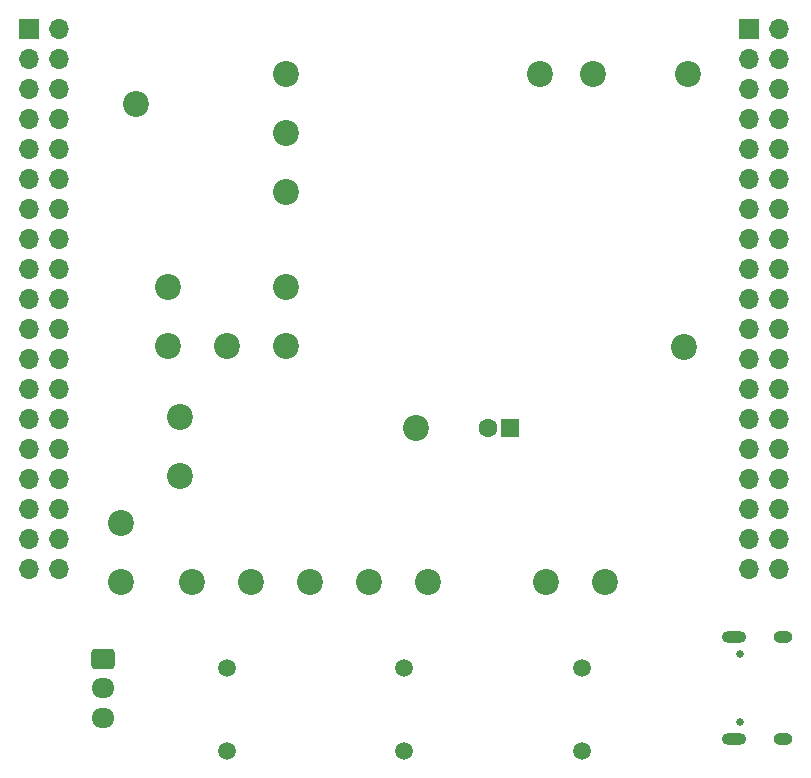
<source format=gbr>
%TF.GenerationSoftware,KiCad,Pcbnew,7.0.5-7.0.5~ubuntu22.04.1*%
%TF.CreationDate,2023-07-17T10:47:06+02:00*%
%TF.ProjectId,audio_iface,61756469-6f5f-4696-9661-63652e6b6963,rev?*%
%TF.SameCoordinates,Original*%
%TF.FileFunction,Soldermask,Bot*%
%TF.FilePolarity,Negative*%
%FSLAX46Y46*%
G04 Gerber Fmt 4.6, Leading zero omitted, Abs format (unit mm)*
G04 Created by KiCad (PCBNEW 7.0.5-7.0.5~ubuntu22.04.1) date 2023-07-17 10:47:06*
%MOMM*%
%LPD*%
G01*
G04 APERTURE LIST*
G04 Aperture macros list*
%AMRoundRect*
0 Rectangle with rounded corners*
0 $1 Rounding radius*
0 $2 $3 $4 $5 $6 $7 $8 $9 X,Y pos of 4 corners*
0 Add a 4 corners polygon primitive as box body*
4,1,4,$2,$3,$4,$5,$6,$7,$8,$9,$2,$3,0*
0 Add four circle primitives for the rounded corners*
1,1,$1+$1,$2,$3*
1,1,$1+$1,$4,$5*
1,1,$1+$1,$6,$7*
1,1,$1+$1,$8,$9*
0 Add four rect primitives between the rounded corners*
20,1,$1+$1,$2,$3,$4,$5,0*
20,1,$1+$1,$4,$5,$6,$7,0*
20,1,$1+$1,$6,$7,$8,$9,0*
20,1,$1+$1,$8,$9,$2,$3,0*%
G04 Aperture macros list end*
%ADD10C,1.500000*%
%ADD11C,2.200000*%
%ADD12RoundRect,0.250000X-0.725000X0.600000X-0.725000X-0.600000X0.725000X-0.600000X0.725000X0.600000X0*%
%ADD13O,1.950000X1.700000*%
%ADD14C,0.650000*%
%ADD15O,2.100000X1.000000*%
%ADD16O,1.600000X1.000000*%
%ADD17R,1.600000X1.600000*%
%ADD18C,1.600000*%
%ADD19R,1.700000X1.700000*%
%ADD20O,1.700000X1.700000*%
G04 APERTURE END LIST*
D10*
%TO.C,J302*%
X50000000Y-108275000D03*
X50000000Y-101275000D03*
%TD*%
D11*
%TO.C,TP102*%
X66000000Y-51000000D03*
%TD*%
%TO.C,TP301*%
X51000000Y-81000000D03*
%TD*%
%TO.C,TP308*%
X37000000Y-94000000D03*
%TD*%
%TO.C,TP202*%
X74000000Y-51000000D03*
%TD*%
%TO.C,TP204*%
X26000000Y-89000000D03*
%TD*%
D12*
%TO.C,J201*%
X24450000Y-100500000D03*
D13*
X24450000Y-103000000D03*
X24450000Y-105500000D03*
%TD*%
D11*
%TO.C,TP111*%
X31020000Y-85000000D03*
%TD*%
%TO.C,TP112*%
X31020000Y-80000000D03*
%TD*%
%TO.C,TP306*%
X32000000Y-94000000D03*
%TD*%
%TO.C,TP106*%
X40000000Y-74000000D03*
%TD*%
%TO.C,TP205*%
X73680000Y-74120000D03*
%TD*%
%TO.C,TP305*%
X52000000Y-94000000D03*
%TD*%
D14*
%TO.C,J401*%
X78400000Y-105890000D03*
X78400000Y-100110000D03*
D15*
X77870000Y-107320000D03*
D16*
X82050000Y-107320000D03*
D15*
X77870000Y-98680000D03*
D16*
X82050000Y-98680000D03*
%TD*%
D11*
%TO.C,TP101*%
X40000000Y-61000000D03*
%TD*%
%TO.C,TP107*%
X35000000Y-74000000D03*
%TD*%
%TO.C,TP104*%
X40000000Y-56000000D03*
%TD*%
D10*
%TO.C,J301*%
X65000000Y-108275000D03*
X65000000Y-101275000D03*
%TD*%
D11*
%TO.C,TP304*%
X47000000Y-94000000D03*
%TD*%
%TO.C,TP201*%
X27300000Y-53500000D03*
%TD*%
%TO.C,TP109*%
X30000000Y-74000000D03*
%TD*%
%TO.C,TP203*%
X26000000Y-94000000D03*
%TD*%
%TO.C,TP302*%
X62000000Y-94000000D03*
%TD*%
D17*
%TO.C,MK301*%
X58950000Y-81000000D03*
D18*
X57050000Y-81000000D03*
%TD*%
D11*
%TO.C,TP307*%
X42000000Y-94000000D03*
%TD*%
%TO.C,TP303*%
X67000000Y-94000000D03*
%TD*%
%TO.C,TP103*%
X61500000Y-51000000D03*
%TD*%
D10*
%TO.C,J303*%
X35000000Y-108275000D03*
X35000000Y-101275000D03*
%TD*%
D11*
%TO.C,TP105*%
X40000000Y-51000000D03*
%TD*%
D19*
%TO.C,U201*%
X18250000Y-47140000D03*
D20*
X20790000Y-47140000D03*
X18250000Y-49680000D03*
X20790000Y-49680000D03*
X18250000Y-52220000D03*
X20790000Y-52220000D03*
X18250000Y-54760000D03*
X20790000Y-54760000D03*
X18250000Y-57300000D03*
X20790000Y-57300000D03*
X18250000Y-59840000D03*
X20790000Y-59840000D03*
X18250000Y-62380000D03*
X20790000Y-62380000D03*
X18250000Y-64920000D03*
X20790000Y-64920000D03*
X18250000Y-67460000D03*
X20790000Y-67460000D03*
X18250000Y-70000000D03*
X20790000Y-70000000D03*
X18250000Y-72540000D03*
X20790000Y-72540000D03*
X18250000Y-75080000D03*
X20790000Y-75080000D03*
X18250000Y-77620000D03*
X20790000Y-77620000D03*
X18250000Y-80160000D03*
X20790000Y-80160000D03*
X18250000Y-82700000D03*
X20790000Y-82700000D03*
X18250000Y-85240000D03*
X20790000Y-85240000D03*
X18250000Y-87780000D03*
X20790000Y-87780000D03*
X18250000Y-90320000D03*
X20790000Y-90320000D03*
X18250000Y-92860000D03*
X20790000Y-92860000D03*
D19*
X79210000Y-47150000D03*
D20*
X81750000Y-47150000D03*
X79210000Y-49680000D03*
X81750000Y-49680000D03*
X79210000Y-52220000D03*
X81750000Y-52220000D03*
X79210000Y-54760000D03*
X81750000Y-54760000D03*
X79210000Y-57300000D03*
X81750000Y-57300000D03*
X79210000Y-59840000D03*
X81750000Y-59840000D03*
X79210000Y-62380000D03*
X81750000Y-62380000D03*
X79210000Y-64920000D03*
X81750000Y-64920000D03*
X79210000Y-67460000D03*
X81750000Y-67460000D03*
X79210000Y-70000000D03*
X81750000Y-70000000D03*
X79210000Y-72540000D03*
X81750000Y-72540000D03*
X79210000Y-75080000D03*
X81750000Y-75080000D03*
X79210000Y-77620000D03*
X81750000Y-77620000D03*
X79210000Y-80160000D03*
X81750000Y-80160000D03*
X79210000Y-82700000D03*
X81750000Y-82700000D03*
X79210000Y-85240000D03*
X81750000Y-85240000D03*
X79210000Y-87780000D03*
X81750000Y-87780000D03*
X79210000Y-90320000D03*
X81750000Y-90320000D03*
X79210000Y-92860000D03*
X81750000Y-92860000D03*
%TD*%
D11*
%TO.C,TP110*%
X30000000Y-69000000D03*
%TD*%
%TO.C,TP108*%
X40000000Y-69000000D03*
%TD*%
M02*

</source>
